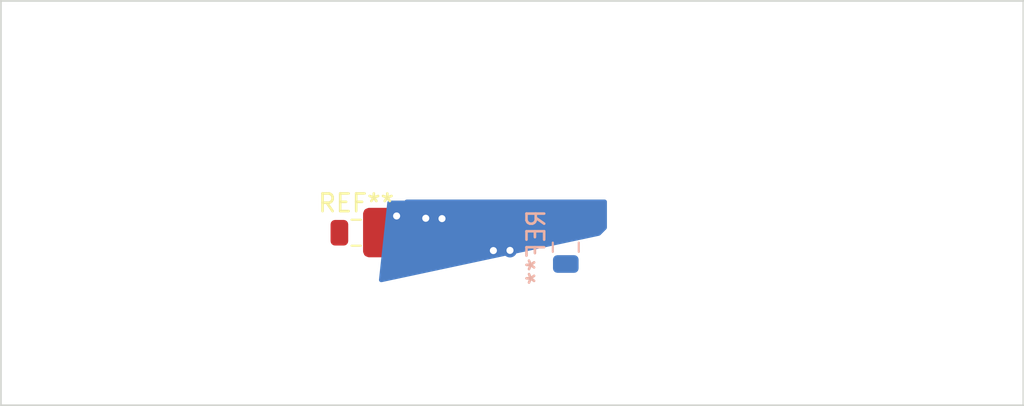
<source format=kicad_pcb>
(kicad_pcb (version 20221018) (generator pcbnew)
  (layers (0 "F.Cu" signal) (1 "In1.Cu" signal) (2 "In2.Cu" signal) (3 "In3.Cu" signal) (4 "In4.Cu" signal) (5 "In5.Cu" signal) (6 "In6.Cu" signal) (7 "In7.Cu" signal) (8 "In8.Cu" signal) (9 "In9.Cu" signal) (10 "In10.Cu" signal) (11 "In11.Cu" signal) (12 "In12.Cu" signal) (13 "In13.Cu" signal) (14 "In14.Cu" signal) (15 "In15.Cu" signal) (16 "In16.Cu" signal) (17 "In17.Cu" signal) (18 "In18.Cu" signal) (19 "In19.Cu" signal) (20 "In20.Cu" signal) (21 "In21.Cu" signal) (22 "In22.Cu" signal) (31 "B.Cu" signal) (34 "B.Paste" user) (35 "F.Paste" user) (36 "B.SilkS" user "B.Silkscreen") (37 "F.SilkS" user "F.Silkscreen") (38 "B.Mask" user) (39 "F.Mask" user) (44 "Edge.Cuts" user))
  (net 0 "")
  (net 1 "/HC")
  (footprint "Capacitor_SMD:C_0805_2012Metric" (layer "F.Cu") (at 85.21 51.81)
    (fp_text reference "REF**" (at 0 -1.68) (layer "F.SilkS"))
    (fp_text value "C_0805_2012Metric")
    (fp_line (start -0.261252 -0.735) (end 0.261252 -0.735) (stroke (width 0.12)) (layer "F.SilkS"))
    (fp_line (start -0.261252 0.735) (end 0.261252 0.735) (stroke (width 0.12)) (layer "F.SilkS"))
    (pad "1" smd roundrect (at -0.95 0) (size 1 1.45) (layers "F.Cu" "F.Paste" "F.Mask"))
    (pad "2" smd roundrect (at 0.95 0) (size 1 1.45) (layers "F.Cu" "F.Paste" "F.Mask") (net 1 "/HC"))
  )
  (footprint "Capacitor_SMD:C_0805_2012Metric" (layer "B.Cu") (at 97.08 52.63 -90)
    (fp_text reference "REF**" (at 0 1.68 90) (layer "B.SilkS") (effects (justify mirror)))
    (fp_text value "C_0805_2012Metric")
    (fp_line (start -0.261252 -0.735) (end 0.261252 -0.735) (stroke (width 0.12)) (layer "B.SilkS"))
    (fp_line (start -0.261252 0.735) (end 0.261252 0.735) (stroke (width 0.12)) (layer "B.SilkS"))
    (pad "1" smd roundrect (at -0.95 0 270) (size 1 1.45) (layers "B.Cu" "B.Paste" "B.Mask") (net 1 "/HC"))
    (pad "2" smd roundrect (at 0.95 0 270) (size 1 1.45) (layers "B.Cu" "B.Paste" "B.Mask"))
  )
  (gr_rect (start 65.09 38.68) (end 122.99 61.58) (stroke (width 0.1)) (fill none) (layer "Edge.Cuts"))
  (via (at 87.5 50.86) (size 0.8) (drill 0.4) (layers "F.Cu" "B.Cu") (net 1))
  (via micro (at 89.15 50.99) (size 0.8) (drill 0.4) (layers "F.Cu" "In1.Cu") (net 1))
  (via micro (at 90.07 51.01) (size 0.8) (drill 0.4) (layers "F.Cu" "In1.Cu") (net 1))
  (via micro (at 93.92 52.81) (size 0.8) (drill 0.4) (layers "In22.Cu" "B.Cu") (net 1))
  (via micro (at 92.98 52.82) (size 0.8) (drill 0.4) (layers "In22.Cu" "B.Cu") (net 1))
  (zone (net 1) (net_name "/HC") (layer "F.Cu") (priority 16) (connect_pads yes (clearance 0.5)) (min_thickness 0.25) (fill yes (thermal_gap 0.5) (thermal_bridge_width 0.5) (smoothing chamfer) (radius 0.1) (island_removal_mode 1) (island_area_min 10))
    (polygon (pts (xy 85.6 50.6) (xy 85.6 53) (xy 85.8 53.2) (xy 92 53.2) (xy 92.2 53) (xy 92.2 50.8) (xy 91.8 50.4) (xy 85.8 50.4)))
  )
  (zone (net 1) (net_name "/HC") (layer "B.Cu") (connect_pads yes (clearance 0.5)) (min_thickness 0.25) (fill yes (thermal_gap 0.5) (thermal_bridge_width 0.5))
    (polygon (pts (xy 87.9 49.93) (xy 99.41 49.93) (xy 99.41 51.57) (xy 99.01 51.97) (xy 86.482318 54.644679) (xy 86.982436 49.99) (xy 87.96 49.99)))
  )
)
</source>
